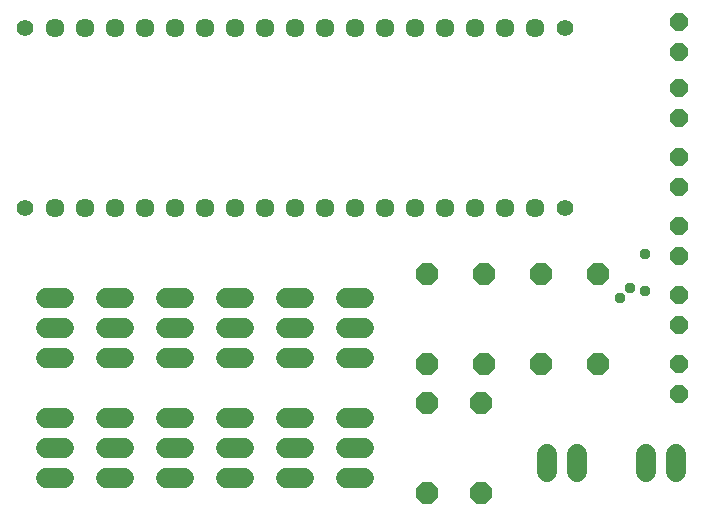
<source format=gbr>
G04 EAGLE Gerber RS-274X export*
G75*
%MOMM*%
%FSLAX34Y34*%
%LPD*%
%INSoldermask Top*%
%IPPOS*%
%AMOC8*
5,1,8,0,0,1.08239X$1,22.5*%
G01*
%ADD10C,1.611200*%
%ADD11C,1.403200*%
%ADD12C,1.727200*%
%ADD13P,2.034460X8X292.500000*%
%ADD14P,1.649562X8X112.500000*%
%ADD15C,1.711200*%
%ADD16C,0.959600*%


D10*
X38100Y685800D03*
X63500Y685800D03*
X88900Y685800D03*
X114300Y685800D03*
X139700Y685800D03*
X165100Y685800D03*
X190500Y685800D03*
X215900Y685800D03*
X241300Y685800D03*
X266700Y685800D03*
X292100Y685800D03*
X317500Y685800D03*
X342900Y685800D03*
X368300Y685800D03*
X393700Y685800D03*
X419100Y685800D03*
X444500Y685800D03*
X38100Y533400D03*
X63500Y533400D03*
X88900Y533400D03*
X114300Y533400D03*
X139700Y533400D03*
X165100Y533400D03*
X190500Y533400D03*
X215900Y533400D03*
X241300Y533400D03*
X266700Y533400D03*
X292100Y533400D03*
X317500Y533400D03*
X342900Y533400D03*
X368300Y533400D03*
X393700Y533400D03*
X419100Y533400D03*
X444500Y533400D03*
D11*
X12700Y685800D03*
X12700Y533400D03*
X469900Y685800D03*
X469900Y533400D03*
D12*
X299720Y457200D02*
X284480Y457200D01*
X284480Y431800D02*
X299720Y431800D01*
X299720Y406400D02*
X284480Y406400D01*
X248920Y457200D02*
X233680Y457200D01*
X233680Y431800D02*
X248920Y431800D01*
X248920Y406400D02*
X233680Y406400D01*
X198120Y457200D02*
X182880Y457200D01*
X182880Y431800D02*
X198120Y431800D01*
X198120Y406400D02*
X182880Y406400D01*
X147320Y457200D02*
X132080Y457200D01*
X132080Y431800D02*
X147320Y431800D01*
X147320Y406400D02*
X132080Y406400D01*
X96520Y457200D02*
X81280Y457200D01*
X81280Y431800D02*
X96520Y431800D01*
X96520Y406400D02*
X81280Y406400D01*
X284480Y355600D02*
X299720Y355600D01*
X299720Y330200D02*
X284480Y330200D01*
X284480Y304800D02*
X299720Y304800D01*
X248920Y355600D02*
X233680Y355600D01*
X233680Y330200D02*
X248920Y330200D01*
X248920Y304800D02*
X233680Y304800D01*
X198120Y355600D02*
X182880Y355600D01*
X182880Y330200D02*
X198120Y330200D01*
X198120Y304800D02*
X182880Y304800D01*
X147320Y355600D02*
X132080Y355600D01*
X132080Y330200D02*
X147320Y330200D01*
X147320Y304800D02*
X132080Y304800D01*
X96520Y355600D02*
X81280Y355600D01*
X81280Y330200D02*
X96520Y330200D01*
X96520Y304800D02*
X81280Y304800D01*
D13*
X353060Y368300D03*
X353060Y292100D03*
X398780Y368300D03*
X398780Y292100D03*
X353060Y477520D03*
X353060Y401320D03*
X401320Y477520D03*
X401320Y401320D03*
X449580Y477520D03*
X449580Y401320D03*
D14*
X566420Y375920D03*
X566420Y401320D03*
X566420Y434340D03*
X566420Y459740D03*
X566420Y492760D03*
X566420Y518160D03*
X566420Y551180D03*
X566420Y576580D03*
X566420Y609600D03*
X566420Y635000D03*
D15*
X563880Y325040D02*
X563880Y309960D01*
X538480Y309960D02*
X538480Y325040D01*
X480060Y325040D02*
X480060Y309960D01*
X454660Y309960D02*
X454660Y325040D01*
D14*
X566420Y665480D03*
X566420Y690880D03*
D13*
X497840Y477520D03*
X497840Y401320D03*
D12*
X45720Y457200D02*
X30480Y457200D01*
X30480Y431800D02*
X45720Y431800D01*
X45720Y406400D02*
X30480Y406400D01*
X30480Y355600D02*
X45720Y355600D01*
X45720Y330200D02*
X30480Y330200D01*
X30480Y304800D02*
X45720Y304800D01*
D16*
X537210Y462915D03*
X537210Y493776D03*
X524637Y465201D03*
X516636Y457200D03*
M02*

</source>
